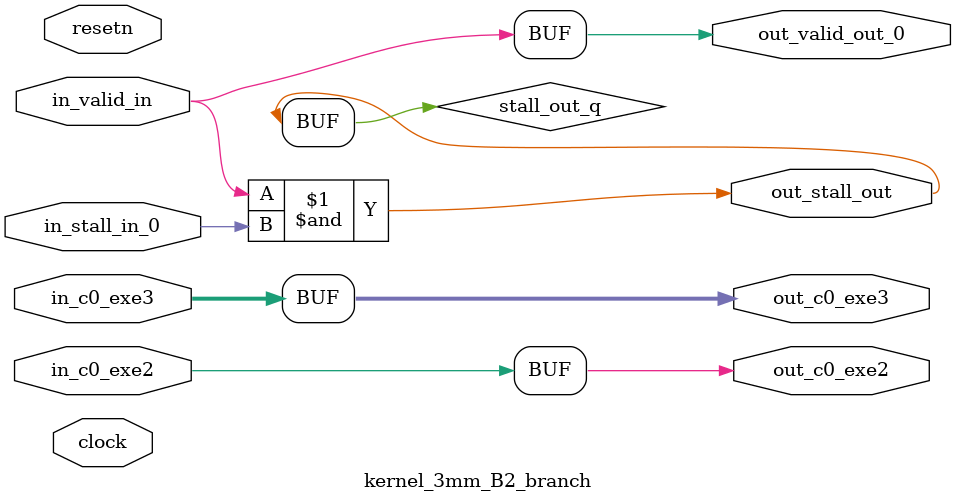
<source format=sv>



(* altera_attribute = "-name AUTO_SHIFT_REGISTER_RECOGNITION OFF; -name MESSAGE_DISABLE 10036; -name MESSAGE_DISABLE 10037; -name MESSAGE_DISABLE 14130; -name MESSAGE_DISABLE 14320; -name MESSAGE_DISABLE 15400; -name MESSAGE_DISABLE 14130; -name MESSAGE_DISABLE 10036; -name MESSAGE_DISABLE 12020; -name MESSAGE_DISABLE 12030; -name MESSAGE_DISABLE 12010; -name MESSAGE_DISABLE 12110; -name MESSAGE_DISABLE 14320; -name MESSAGE_DISABLE 13410; -name MESSAGE_DISABLE 113007; -name MESSAGE_DISABLE 10958" *)
module kernel_3mm_B2_branch (
    input wire [0:0] in_c0_exe2,
    input wire [31:0] in_c0_exe3,
    input wire [0:0] in_stall_in_0,
    input wire [0:0] in_valid_in,
    output wire [0:0] out_c0_exe2,
    output wire [31:0] out_c0_exe3,
    output wire [0:0] out_stall_out,
    output wire [0:0] out_valid_out_0,
    input wire clock,
    input wire resetn
    );

    wire [0:0] stall_out_q;


    // out_c0_exe2(GPOUT,6)
    assign out_c0_exe2 = in_c0_exe2;

    // out_c0_exe3(GPOUT,7)
    assign out_c0_exe3 = in_c0_exe3;

    // stall_out(LOGICAL,10)
    assign stall_out_q = in_valid_in & in_stall_in_0;

    // out_stall_out(GPOUT,8)
    assign out_stall_out = stall_out_q;

    // out_valid_out_0(GPOUT,9)
    assign out_valid_out_0 = in_valid_in;

endmodule

</source>
